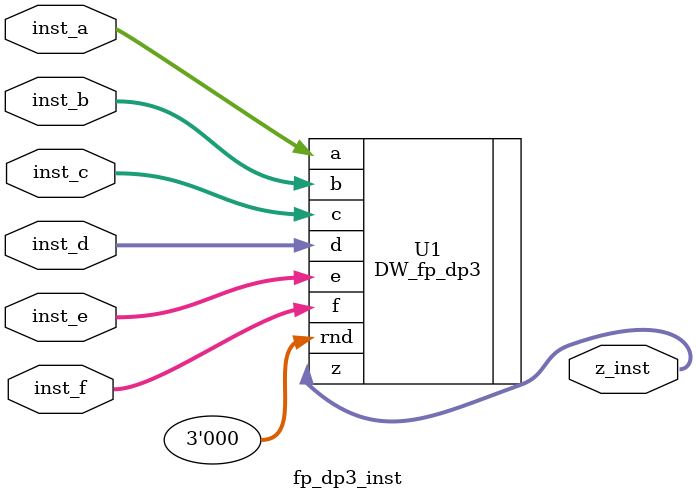
<source format=v>
`include "/usr/synthesis/dw/sim_ver/DW_fp_add.v"
`include "/usr/synthesis/dw/sim_ver/DW_fp_mult.v"
`include "/usr/synthesis/dw/sim_ver/DW_fp_exp.v"
`include "/usr/synthesis/dw/sim_ver/DW_fp_recip.v"
`include "/usr/synthesis/dw/sim_ver/DW_fp_sum3.v"
`include "/usr/synthesis/dw/sim_ver/DW_fp_dp3.v"

module NN(
	// Input signals
	clk,
	rst_n,
	in_valid,
	weight_u,
	weight_w,
	weight_v,
	data_x,
	data_h,
	// Output signals
	out_valid,
	out
);

//---------------------------------------------------------------------
//   PARAMETER
//---------------------------------------------------------------------

// IEEE floating point paramenters
parameter inst_sig_width = 23;
parameter inst_exp_width = 8;
parameter inst_ieee_compliance = 0;
parameter inst_arch = 2;

localparam S_IDLE=0;
localparam S_IN_DATA=1;
localparam S_PRE=2;
localparam S_PIPE=3;
parameter FP_ONE = 32'b0_0111_1111_00000000000000000000000;
parameter FP_0_1 = 32'b0011_1101_1100_1100_1100_1100_1100_1101;
integer i;
genvar j;
//---------------------------------------------------------------------
//   INPUT AND OUTPUT DECLARATION
//---------------------------------------------------------------------
input  clk, rst_n, in_valid;
input [inst_sig_width+inst_exp_width:0] weight_u, weight_w, weight_v;
input [inst_sig_width+inst_exp_width:0] data_x,data_h;
output reg	out_valid;
output reg [inst_sig_width+inst_exp_width:0] out;

//---------------------------------------------------------------------
//   WIRE AND REG DECLARATION
//---------------------------------------------------------------------
reg [1:0] current_state, next_state;
reg [3:0] cnt_in_data;
reg [5:0] cnt_pipe;
reg [inst_sig_width+inst_exp_width:0] v [0:8];
reg [inst_sig_width+inst_exp_width:0] w [0:8];
reg [inst_sig_width+inst_exp_width:0] u [0:8];
reg [inst_sig_width+inst_exp_width:0] x [0:8];
reg [inst_sig_width+inst_exp_width:0] h [0:2];
reg [inst_sig_width+inst_exp_width:0] ht[0:2];

wire [inst_sig_width+inst_exp_width:0] ux_w [0:2];
reg [inst_sig_width+inst_exp_width:0] ux_r [0:2];

wire [inst_sig_width+inst_exp_width:0] wh_w [0:2];
reg [inst_sig_width+inst_exp_width:0] wh_r [0:2];

reg [inst_sig_width+inst_exp_width:0] ux_wh_r [0:2];

reg [inst_sig_width+inst_exp_width:0] v_ht_r ;
wire [inst_sig_width+inst_exp_width:0] e_vh_w;
reg [inst_sig_width+inst_exp_width:0] e_vh_r [0:2];
wire [inst_sig_width+inst_exp_width:0] e_vh_r_add1 [0:2];
wire [inst_sig_width+inst_exp_width:0] y_w;
reg [inst_sig_width+inst_exp_width:0] y_r [0:5];
reg [inst_sig_width+inst_exp_width:0] xt [0:2];
reg [inst_sig_width+inst_exp_width:0] mult1_r [0:2];
reg [inst_sig_width+inst_exp_width:0] mult2_r [0:2];
wire [inst_sig_width+inst_exp_width:0] mult_w [0:2];
wire [inst_sig_width+inst_exp_width:0] mult_add_w;
wire [inst_sig_width+inst_exp_width:0] add_r [0:5];
wire [inst_sig_width+inst_exp_width:0] add_w [0:2]; 
reg [inst_sig_width+inst_exp_width:0] e_vh_r_add1_r [0:2]; 
reg [inst_sig_width+inst_exp_width:0] e_vh_r_add1_re_r ; 
//---------------------------------------------------------------------
//   CURRENT_STATE & NEXT_STATE
//---------------------------------------------------------------------
always @(posedge clk or negedge rst_n) begin
	if(!rst_n)
		current_state <= 0;
	else 
		current_state <= next_state;
end


always @(*) begin
	case(current_state) 
		S_IDLE   : next_state = in_valid? S_IN_DATA:S_IDLE;
		S_IN_DATA: next_state = (cnt_in_data==8)? S_PRE:S_IN_DATA;
		S_PRE    : next_state = S_PIPE;
		S_PIPE   : next_state = (cnt_pipe==47)? S_IDLE:S_PIPE;
		default  : next_state = S_IDLE;
	endcase
end


always @(posedge clk or negedge rst_n) begin
	if(!rst_n) 
		cnt_in_data <= 0;
	else begin
		if(next_state==S_IN_DATA && cnt_in_data<=7) begin
			cnt_in_data <= cnt_in_data+1;
		end
		else 
			cnt_in_data <= 0;
	end
end


always @(posedge clk or negedge rst_n) begin
	if(!rst_n) 
		cnt_pipe <= 0;
	else begin
		if(next_state==S_PIPE && cnt_pipe<=46) begin
			cnt_pipe <= cnt_pipe +1;
		end
		else 
			cnt_pipe <= 0;
	end
end


//---------------------------------------------------------------------
//   IN_DATA
//---------------------------------------------------------------------
always @(posedge clk or negedge rst_n) begin
	if(!rst_n) begin
		for(i=0;i<=8;i=i+1)
			v[i] <= 0;
	end
	else begin
		if(next_state==S_IN_DATA || next_state==S_PRE)
			v[cnt_in_data] <= weight_v;
	end
end


always @(posedge clk or negedge rst_n) begin
	if(!rst_n) begin
		for(i=0;i<=8;i=i+1)
			w[i] <= 0;
	end
	else begin
		if(next_state==S_IN_DATA || next_state==S_PRE)
			w[cnt_in_data] <= weight_w;
	end
end


always @(posedge clk or negedge rst_n) begin
	if(!rst_n) begin
		for(i=0;i<=8;i=i+1)
			u[i] <= 0;
	end
	else begin
		if(next_state==S_IN_DATA || next_state==S_PRE)
			u[cnt_in_data] <= weight_u;
	end
end

always @(posedge clk or negedge rst_n) begin
	if(!rst_n) begin
		for(i=0;i<=8;i=i+1)
			x[i] <= 0;
	end
	else begin
		if(next_state==S_IN_DATA || next_state==S_PRE)
			x[cnt_in_data] <= data_x;
	end
end

always @(posedge clk or negedge rst_n) begin
	if(!rst_n) begin
		for(i=0;i<=2;i=i+1)
			h[i] <= 0;
	end
	else begin
		if(next_state==S_IN_DATA) begin
			case(cnt_in_data)
			'd0: h[0] <= data_h;
			'd1: h[1] <= data_h;
			'd2: h[2] <= data_h;
			endcase
		end
	end
end
//---------------------------------------------------------------------
//    pipeline0(cnt_pipe==1)
//---------------------------------------------------------------------


//***



	
always @(posedge clk or negedge rst_n) begin
	if(!rst_n) begin
		for(i=0;i<=2;i=i+1) 
			mult1_r[i] <= 0;
	end
	else begin
		case(cnt_pipe)
		'd1, 'd11, 'd24, 'd37: begin
			mult1_r[0] <= ht[0];
			mult1_r[1] <= ht[1];
			mult1_r[2] <= ht[2];
		end
		'd4, 'd17, 'd30: begin
			mult1_r[0] <= xt[0];
			mult1_r[1] <= xt[1];
			mult1_r[2] <= xt[2];
		end 
		'd9, 'd22, 'd35: begin
			mult1_r[0] <= FP_0_1;
			mult1_r[1] <= FP_0_1;
			mult1_r[2] <= FP_0_1;
		end
		endcase		
	end
end



generate
	for(j=0;j<=2;j=j+1) begin
		always @(posedge clk or negedge rst_n) begin
			if(!rst_n) 
				mult2_r[j] <= 0;
			else begin
				case(cnt_pipe)
				'd1, 'd14, 'd27: mult2_r[j] <= w[j];
				'd2, 'd15, 'd28: mult2_r[j] <= w[j+3];
				'd3, 'd16, 'd29: mult2_r[j] <= w[j+6];
				'd4, 'd17, 'd30: mult2_r[j] <= u[j];
				'd5, 'd18, 'd31: mult2_r[j] <= u[j+3];
				'd6, 'd19, 'd32: mult2_r[j] <= u[j+6];
				'd9, 'd22, 'd35: mult2_r[j] <= ux_wh_r[j];
				'd11, 'd24, 'd37:mult2_r[j] <= v[j];
				'd12, 'd25, 'd38:mult2_r[j] <= v[j+3];
				'd13, 'd26, 'd39:mult2_r[j] <= v[j+6];
				endcase
			
			end
		end
	end
endgenerate


fp_mult_inst fp_mult_0( .inst_a(mult1_r[0]), .inst_b(mult2_r[0]), .z_inst(mult_w [0]));
fp_mult_inst fp_mult_1( .inst_a(mult1_r[1]), .inst_b(mult2_r[1]), .z_inst(mult_w [1]));
fp_mult_inst fp_mult_2( .inst_a(mult1_r[2]), .inst_b(mult2_r[2]), .z_inst(mult_w [2]));


//++/++/++

fp_sum3_inst fp_sum3_ux_w0( .inst_a(mult_w[0]), .inst_b(mult_w[1]), .inst_c(mult_w[2]), .z_inst(mult_add_w));



//ht
generate
	for(j=0;j<=2;j=j+1) begin
		always @(posedge clk or negedge rst_n) begin
			if(!rst_n)	
				ht[j] <= 0;
			else begin
				if(current_state==S_PRE)
					ht[j] <= h[j];
				else if(cnt_pipe==10 || cnt_pipe==23 || cnt_pipe==36)
					ht[j] <= ux_wh_r[j][31]? mult_w[j]:ux_wh_r[j];
			end		
		end
	end
endgenerate


//add

//ux_wh
generate
	for(j=0;j<=2;j=j+1) begin
		always @(posedge clk or negedge rst_n) begin
			if(!rst_n)
					ux_wh_r[j] <= 0;
			else begin
				if(cnt_pipe==8 || cnt_pipe==21 || cnt_pipe==34) begin
					ux_wh_r[j] <= add_w[j];
				end
			end	
		end
	end
endgenerate


 

assign add_r[0] = (cnt_pipe==8 || cnt_pipe==21 || cnt_pipe==34)? ux_r[0]:((cnt_pipe==16 || cnt_pipe==29 || cnt_pipe==42)? e_vh_r[0]:0);
assign add_r[1] = (cnt_pipe==8 || cnt_pipe==21 || cnt_pipe==34)? ux_r[1]:((cnt_pipe==16 || cnt_pipe==29 || cnt_pipe==42)? e_vh_r[1]:0);
assign add_r[2] = (cnt_pipe==8 || cnt_pipe==21 || cnt_pipe==34)? ux_r[2]:((cnt_pipe==16 || cnt_pipe==29 || cnt_pipe==42)? e_vh_r[2]:0);
assign add_r[3] = (cnt_pipe==8 || cnt_pipe==21 || cnt_pipe==34)? wh_r[0]:((cnt_pipe==16 || cnt_pipe==29 || cnt_pipe==42)? FP_ONE:0);
assign add_r[4] = (cnt_pipe==8 || cnt_pipe==21 || cnt_pipe==34)? wh_r[1]:((cnt_pipe==16 || cnt_pipe==29 || cnt_pipe==42)? FP_ONE:0);
assign add_r[5] = (cnt_pipe==8 || cnt_pipe==21 || cnt_pipe==34)? wh_r[2]:((cnt_pipe==16 || cnt_pipe==29 || cnt_pipe==42)? FP_ONE:0);
fp_add_inst fp_add_0(.inst_a(add_r[0]), .inst_b(add_r[3]), .z_inst(add_w[0]));
fp_add_inst fp_add_1(.inst_a(add_r[1]), .inst_b(add_r[4]), .z_inst(add_w[1]));
fp_add_inst fp_add_2(.inst_a(add_r[2]), .inst_b(add_r[5]), .z_inst(add_w[2]));

//ux
always @(posedge clk or negedge rst_n) begin
	if(!rst_n) begin
		for(i=0;i<=2;i=i+1)
			ux_r[i] <= 0;
	end
	else begin
		case (cnt_pipe)
			'd5, 'd18, 'd31: ux_r[0] <= mult_add_w;
			'd6, 'd19, 'd32: ux_r[1] <= mult_add_w;
			'd7, 'd20, 'd33: ux_r[2] <= mult_add_w;
		endcase
	
	end
end

//w*h
always @(posedge clk or negedge rst_n) begin
	if(!rst_n) begin
		for(i=0;i<=2;i=i+1)
			wh_r[i] <= 0;
	end
	else begin
		case (cnt_pipe)
			'd2, 'd15, 'd28: wh_r[0] <= mult_add_w;
			'd3, 'd16, 'd29: wh_r[1] <= mult_add_w;
			'd4, 'd17, 'd30: wh_r[2] <= mult_add_w;
		endcase
	
	end
end

//v*h
always @(posedge clk or negedge rst_n) begin
	if(!rst_n) begin
			v_ht_r <= 0;
	end
	else begin
		case (cnt_pipe)
			'd12, 'd25, 'd38, 'd13, 'd26, 'd39, 'd14, 'd27, 'd40: v_ht_r <= mult_add_w[31]? {1'b0, mult_add_w[30:0]}:{1'b1, mult_add_w[30:0]};
		endcase
	end
end




//e^(-vh)


fp_exp_inst fp_exp_vh (.inst_a(v_ht_r), .z_inst(e_vh_w));


always @(posedge clk or negedge rst_n) begin
	if(!rst_n) begin
		for(i=0;i<=2;i=i+1)
			e_vh_r[i] <= 0;
	end
	else begin
		case (cnt_pipe)
		'd13, 'd26, 'd39: e_vh_r[0] <= e_vh_w;
		'd14, 'd27, 'd40: e_vh_r[1] <= e_vh_w;
		'd15, 'd28, 'd41: e_vh_r[2] <= e_vh_w;
		endcase		
	end
end

generate
	for(j=0;j<=2;j=j+1) begin
		always @(posedge clk or negedge rst_n) begin
			if(!rst_n) 
				e_vh_r_add1_r[j] <= 0;
			else begin
				case (cnt_pipe)
				'd16, 'd29, 'd42: e_vh_r_add1_r[j] <= add_w[j];
				endcase		
			end
		end
	end
endgenerate

//---------------------------------------------------------------------
//   pipeline4(cnt_pipe==5)
//---------------------------------------------------------------------

//1/(1+e^vh)

always @(posedge clk or negedge rst_n) begin
	if(!rst_n) begin
			e_vh_r_add1_re_r <= 0;
	end
	else begin
		case (cnt_pipe)
		'd17, 'd30, 'd43: e_vh_r_add1_re_r <= e_vh_r_add1_r[0];
		'd18, 'd31, 'd44: e_vh_r_add1_re_r <= e_vh_r_add1_r[1];
		'd19, 'd32, 'd45: e_vh_r_add1_re_r <= e_vh_r_add1_r[2];
		endcase
	end
end


fp_recip_inst fp_recip_e_vh_r_add1 ( .inst_a(e_vh_r_add1_re_r), .z_inst(y_w));


//y

always @(posedge clk or negedge rst_n) begin
	if(!rst_n) begin
		for(i=0;i<=5;i=i+1)
			y_r[i] <= 0;
	end
	else begin
		case(cnt_pipe)
		'd18: y_r[0] <= y_w;
		'd19: y_r[1] <= y_w;
		'd20: y_r[2] <= y_w;
		'd31: y_r[3] <= y_w;
		'd32: y_r[4] <= y_w;
		'd33: y_r[5] <= y_w;
		endcase
	end
end


//xt

generate
	for(j=0;j<=2;j=j+1) begin
		always @(posedge clk or negedge rst_n) begin
			if(!rst_n)	
				xt[j] <= 0;
			else begin
				if(current_state==S_PRE) 
					xt[j] <= x[j];
				else if(cnt_pipe==16)
					xt[j] <= x[j+3];
				else if(cnt_pipe==29)
					xt[j] <= x[j+6];
			end
				
		end
	end	
endgenerate





//out_valid
always @(posedge clk or negedge rst_n) begin
	if(!rst_n)
		out_valid <= 0;
	else begin
		if(cnt_pipe>=38 && cnt_pipe<=46)
			out_valid <=1;
		else
			out_valid <=0;
	end
end

//out
always @(posedge clk or negedge rst_n) begin
	if(!rst_n)
		out <= 0;
	else begin
		case(cnt_pipe)
			'd38: out <= y_r[0];
			'd39: out <= y_r[1];
			'd40: out <= y_r[2];
			'd41: out <= y_r[3];
			'd42: out <= y_r[4];
			'd43: out <= y_r[5];
			'd44: out <= y_w;
			'd45: out <= y_w;
			'd46: out <= y_w;
			default: out <= 0;
		endcase
	end
end
	

endmodule
//---------------------------------------------------------------------
//   IP
//---------------------------------------------------------------------
//DW_fp_add
module fp_add_inst(inst_a, inst_b, z_inst);

parameter inst_sig_width = 23;
parameter inst_exp_width = 8;
parameter inst_ieee_compliance = 0;


input [inst_sig_width+inst_exp_width:0] inst_a;
input [inst_sig_width+inst_exp_width:0] inst_b;
output [inst_sig_width+inst_exp_width:0] z_inst;

DW_fp_add #(inst_sig_width, inst_exp_width, inst_ieee_compliance)
		U1 ( .a(inst_a), .b(inst_b), .rnd(3'b000), .z(z_inst));

//synopsys dc_script_begin
//set_implementation rtl U1
//synopsys dc_script_end
endmodule

//DW_fp_mult
module fp_mult_inst( inst_a, inst_b, z_inst);

parameter inst_sig_width = 23;
parameter inst_exp_width = 8;
parameter inst_ieee_compliance = 0;


input [inst_sig_width+inst_exp_width:0] inst_a;
input [inst_sig_width+inst_exp_width:0] inst_b;
output [inst_sig_width+inst_exp_width:0] z_inst;


DW_fp_mult #(inst_sig_width, inst_exp_width, inst_ieee_compliance)
	U1 ( .a(inst_a), .b(inst_b), .rnd(3'b000), .z(z_inst));

//synopsys dc_script_begin
//set_implementation rtl U1
//synopsys dc_script_end
endmodule

//DW_fp_exp
module fp_exp_inst(inst_a, z_inst);

parameter inst_sig_width = 23;
parameter inst_exp_width = 8;
parameter inst_ieee_compliance = 0;
parameter inst_arch = 2;

input [inst_sig_width+inst_exp_width : 0] inst_a;
output [inst_sig_width+inst_exp_width : 0] z_inst;
//output [7 : 0] status_inst;

DW_fp_exp #(inst_sig_width, inst_exp_width, inst_ieee_compliance, inst_arch) 
	U1 (
	.a(inst_a),
	.z(z_inst)
	);

//synopsys dc_script_begin
//set_implementation rtl U1
//synopsys dc_script_end
endmodule

//DW_fp_recip
module fp_recip_inst( inst_a, z_inst);

parameter inst_sig_width = 23;
parameter inst_exp_width = 8;
parameter inst_ieee_compliance = 0;
parameter inst_faithful_round = 0;

input [inst_sig_width+inst_exp_width : 0] inst_a;
output [inst_sig_width+inst_exp_width : 0] z_inst;


DW_fp_recip #(inst_sig_width, inst_exp_width, inst_ieee_compliance, inst_faithful_round) 
	U1 (
	.a(inst_a),
	.rnd(3'b000),
	.z(z_inst)
	);

//synopsys dc_script_begin
//set_implementation rtl U1
//synopsys dc_script_end
endmodule

module fp_sum3_inst( inst_a, inst_b, inst_c, z_inst);

parameter inst_sig_width = 23;
parameter inst_exp_width = 8;
parameter inst_ieee_compliance = 0;
parameter inst_arch_type = 0;

input [inst_sig_width+inst_exp_width : 0] inst_a;
input [inst_sig_width+inst_exp_width : 0] inst_b;
input [inst_sig_width+inst_exp_width : 0] inst_c;
output [inst_sig_width+inst_exp_width : 0] z_inst;


DW_fp_sum3 #(inst_sig_width, inst_exp_width, inst_ieee_compliance, inst_arch_type)
	U1 (
	.a(inst_a),
	.b(inst_b),
	.c(inst_c),
	.rnd(3'b000),
	.z(z_inst)
	);

//synopsys dc_script_begin
//set_implementation rtl U1
//synopsys dc_script_end
endmodule

module fp_dp3_inst( inst_a, inst_b, inst_c, inst_d, inst_e, inst_f, z_inst);

parameter inst_sig_width = 23;
parameter inst_exp_width = 8;
parameter inst_ieee_compliance = 0;
parameter inst_arch_type = 0;
input [inst_sig_width+inst_exp_width : 0] inst_a;
input [inst_sig_width+inst_exp_width : 0] inst_b;
input [inst_sig_width+inst_exp_width : 0] inst_c;
input [inst_sig_width+inst_exp_width : 0] inst_d;
input [inst_sig_width+inst_exp_width : 0] inst_e;
input [inst_sig_width+inst_exp_width : 0] inst_f;
output [inst_sig_width+inst_exp_width : 0] z_inst;

// Instance of DW_fp_dp3
DW_fp_dp3 #(inst_sig_width, inst_exp_width, inst_ieee_compliance, inst_arch_type)
	U1 (
	.a(inst_a),
	.b(inst_b),
	.c(inst_c),
	.d(inst_d),
	.e(inst_e),
	.f(inst_f),
	.rnd(3'b000),
	.z(z_inst)
	);

//synopsys dc_script_begin
//set_implementation rtl U1
//synopsys dc_script_end	
endmodule

</source>
